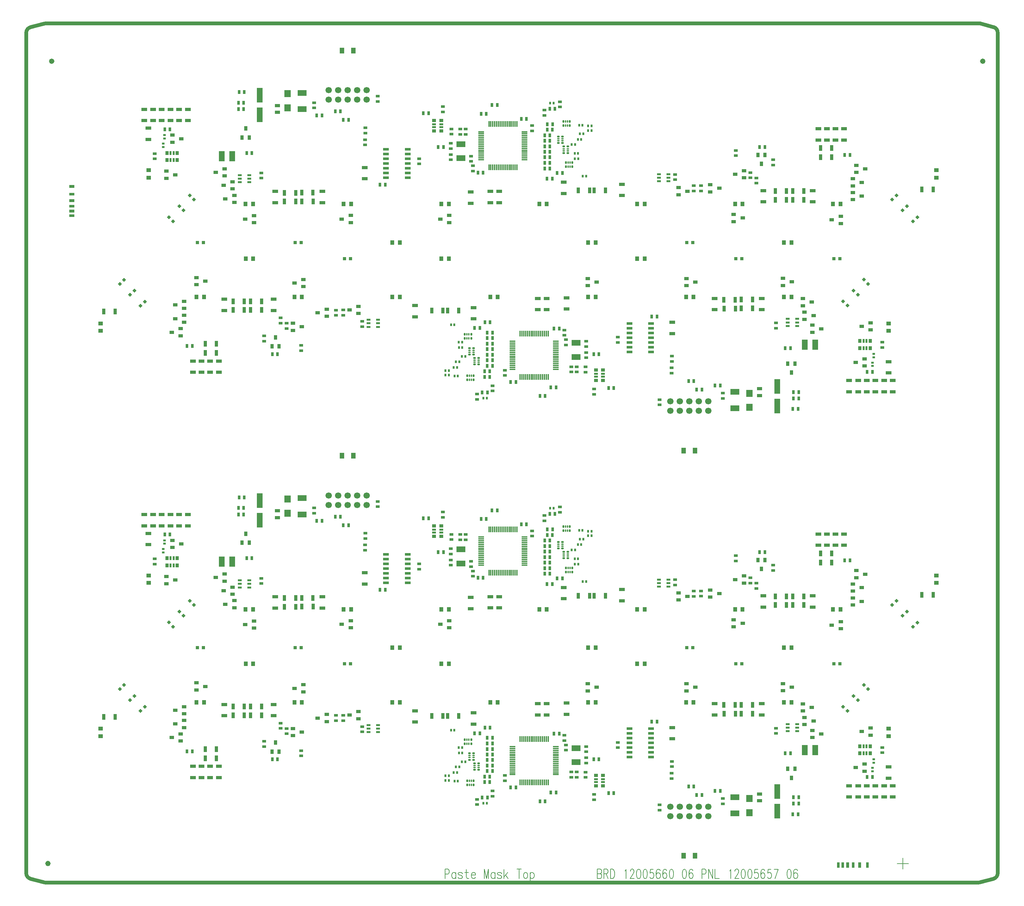
<source format=gbr>
*
G04 Job   : N:\Projects\COMUN\PSA\P07520_P2_Faceplate\C4_Capacitive_long\12005660-25\panel_12005657\12005657.pnl*
G04 User  : ESSECAE006:tortos01*
G04 Layer : 12005657-06-g11.gbr*
G04 Date  : Thu Nov 28 12:20:51 2019*
G04 equiv. Boardstation g11*
G04 Expedition Layer: Solder Paste - Top*
%ICAS*%
%MOIN*%
%FSDAX24Y24*%
%OFA0.0000B0.0000*%
G90*
G74*
%AMVB_RECTANGLE*
21,1,$1,$2,0,0,$3*
%
%AMVB_RCRECTANGLE*
$3=$3X2*
21,1,$1-$3,$2,0,0,0*
21,1,$1,$2-$3,0,0,0*
$1=$1/2*
$2=$2/2*
$3=$3/2*
$1=$1-$3*
$2=$2-$3*
1,1,$3X2,0-$1,0-$2*
1,1,$3X2,0-$1,$2*
1,1,$3X2,$1,$2*
1,1,$3X2,$1,0-$2*
%
%ADD12C,0.00591*%
%ADD11C,0.00787*%
%ADD10C,0.03937*%
%ADD38C,0.06693*%
%ADD28VB_RECTANGLE,0.03150X0.03150X90.00000*%
%ADD29VB_RECTANGLE,0.03150X0.03150X313.50000*%
%ADD23VB_RECTANGLE,0.03150X0.03150X46.00000*%
%ADD17VB_RECTANGLE,0.02756X0.01969X0.00000*%
%ADD27VB_RECTANGLE,0.02756X0.01969X90.00000*%
%ADD18VB_RECTANGLE,0.03937X0.02756X0.00000*%
%ADD13VB_RECTANGLE,0.03937X0.02756X270.00000*%
%ADD40VB_RECTANGLE,0.04331X0.01772X180.00000*%
%ADD70VB_RECTANGLE,0.04331X0.01772X270.00000*%
%ADD24VB_RECTANGLE,0.04331X0.01969X0.00000*%
%ADD41VB_RECTANGLE,0.04331X0.03150X180.00000*%
%ADD71VB_RECTANGLE,0.04331X0.03150X270.00000*%
%ADD20VB_RECTANGLE,0.04724X0.03150X180.00000*%
%ADD33VB_RECTANGLE,0.04724X0.03150X90.00000*%
%ADD22VB_RECTANGLE,0.04724X0.03937X0.00000*%
%ADD16VB_RECTANGLE,0.04724X0.03937X90.00000*%
%ADD37VB_RECTANGLE,0.05118X0.03150X180.00000*%
%ADD25VB_RECTANGLE,0.05906X0.03150X180.00000*%
%ADD19VB_RECTANGLE,0.05906X0.03150X90.00000*%
%ADD26VB_RECTANGLE,0.05906X0.04724X270.00000*%
%ADD30VB_RECTANGLE,0.06299X0.01181X180.00000*%
%ADD31VB_RECTANGLE,0.06299X0.01181X270.00000*%
%ADD39VB_RECTANGLE,0.06299X0.02362X0.00000*%
%ADD32VB_RECTANGLE,0.06299X0.09449X270.00000*%
%ADD34VB_RECTANGLE,0.07480X0.06693X90.00000*%
%ADD36VB_RECTANGLE,0.09055X0.06299X0.00000*%
%ADD21VB_RECTANGLE,0.10630X0.06299X90.00000*%
%ADD35VB_RECTANGLE,0.15157X0.06299X90.00000*%
%ADD14VB_RCRECTANGLE,0.02362X0.01181X0.00299*%
%ADD72VB_RCRECTANGLE,0.01181X0.02362X0.00299*%
%ADD15VB_RCRECTANGLE,0.02362X0.01772X0.00299*%
%ADD73VB_RCRECTANGLE,0.01772X0.02362X0.00299*%
G01*
G36*
X-090118Y-000283D02*
Y-000039D01*
X-090361*
G02X-090364Y000000I000282J000039*
X-090079Y000285I000285*
X-090039Y000283J000285*
G01Y000039*
X-089796*
G02X-089793Y000000I000283J000039*
X-090079Y-000285I000286*
X-090118Y-000283J000285*
G01Y000283D02*
Y000039D01*
X-090361*
G03X-090364Y000000I000282J000039*
X-090079Y-000285I000285*
X-090039Y-000283J000285*
G01Y-000039*
X-089796*
G03X-089793Y000000I000283J000039*
X-090079Y000285I000286*
X-090118Y000283J000285*
G01X-089724Y084284D02*
Y084528D01*
X-089968*
G02X-089970Y084567I000283J000039*
X-089685Y084852I000285*
X-089646Y084850J000285*
G01Y084606*
X-089402*
G02X-089400Y084567I000283J000039*
X-089685Y084281I000285*
X-089724Y084284J000286*
G01Y084850D02*
Y084606D01*
X-089968*
G03X-089970Y084567I000283J000039*
X-089685Y084281I000285*
X-089646Y084284J000286*
G01Y084528*
X-089402*
G03X-089400Y084567I000283J000039*
X-089685Y084852I000285*
X-089724Y084850J000285*
G01X-087832Y068162D02*
X-087281D01*
Y068437*
X-087832*
Y068162*
Y068634D02*
X-087281D01*
Y068910*
X-087832*
Y068634*
Y069146D02*
X-087281D01*
Y069422*
X-087832*
Y069146*
Y069737D02*
X-087281D01*
Y070012*
X-087832*
Y069737*
Y070406D02*
X-087281D01*
Y070681*
X-087832*
Y070406*
Y071233D02*
X-087281D01*
Y071508*
X-087832*
Y071233*
X-006929Y-000433D02*
X-006654D01*
Y000118*
X-006929*
Y-000433*
X-006457D02*
X-006181D01*
Y000118*
X-006457*
Y-000433*
X-005945D02*
X-005669D01*
Y000118*
X-005945*
Y-000433*
X-005354D02*
X-005079D01*
Y000118*
X-005354*
Y-000433*
X-004685D02*
X-004409D01*
Y000118*
X-004685*
Y-000433*
X-003858D02*
X-003583D01*
Y000118*
X-003858*
Y-000433*
X008386Y084284D02*
Y084528D01*
X008142*
G02X008140Y084567I000283J000039*
X008425Y084852I000285*
X008465Y084850J000285*
G01Y084606*
X008708*
G02X008711Y084567I000283J000039*
X008425Y084281I000286*
X008386Y084284J000286*
G01Y084850D02*
Y084606D01*
X008142*
G03X008140Y084567I000283J000039*
X008425Y084281I000285*
X008465Y084284J000286*
G01Y084528*
X008708*
G03X008711Y084567I000283J000039*
X008425Y084852I000286*
X008386Y084850J000285*
G37*
G54D10*
G01X-038819Y-002008D02*
X-090346D01*
G02X-090500Y-001987J000591*
G01X-091925Y-001602*
G02X-092362Y-001032I000154J000570*
G01Y-001031*
Y087575*
G02X-091921Y088146I000590*
G01X-090500Y088524*
G02X-090349Y088543I000151J000571*
X-090346J000590*
G01X007992Y088563*
G02X008142Y088543I000001J000590*
G01X009563Y088169*
G02X010000Y087599I000154J000570*
G01Y087598*
Y-001031*
Y-001032*
G02X009563Y-001602I000591*
G01X008151Y-001987*
G02X007995Y-002008I000156J000570*
G01X-038819*
G54D11*
X-000591Y000000D02*
X000591D01*
X000000Y000591D02*
Y-000591D01*
G54D12*
X-048226Y-001575D02*
Y-000591D01*
X-047944*
X-047850Y-000650*
X-047819Y-000695*
X-047787Y-000784*
Y-000919*
X-047819Y-001023*
X-047850Y-001068*
X-047944Y-001113*
X-048226*
X-047098Y-001068D02*
X-047172Y-000978D01*
X-047245Y-000934*
X-047359*
X-047433Y-000978*
X-047506Y-001068*
X-047537Y-001202*
Y-001306*
X-047506Y-001441*
X-047433Y-001530*
X-047359Y-001575*
X-047245*
X-047172Y-001530*
X-047098Y-001441*
Y-000934D02*
Y-001575D01*
X-046410Y-001068D02*
X-046451Y-000978D01*
X-046566Y-000934*
X-046691*
X-046817Y-000978*
X-046848Y-001068*
X-046817Y-001157*
X-046733Y-001202*
X-046535Y-001247*
X-046451Y-001306*
X-046410Y-001396*
Y-001441*
X-046451Y-001530*
X-046566Y-001575*
X-046691*
X-046817Y-001530*
X-046848Y-001441*
X-046159Y-000934D02*
X-045773D01*
X-046002Y-000605D02*
Y-001396D01*
X-045940Y-001530*
X-045825Y-001575*
X-045721*
X-045470Y-001202D02*
X-045032D01*
Y-001113*
X-045063Y-001023*
X-045105Y-000978*
X-045178Y-000934*
X-045293*
X-045366Y-000978*
X-045439Y-001068*
X-045470Y-001202*
Y-001306*
X-045439Y-001441*
X-045366Y-001530*
X-045293Y-001575*
X-045178*
X-045105Y-001530*
X-045032Y-001441*
X-044092Y-001575D02*
Y-000591D01*
X-043873Y-001575*
X-043654Y-000591*
Y-001575*
X-042965Y-001068D02*
X-043038Y-000978D01*
X-043111Y-000934*
X-043226*
X-043299Y-000978*
X-043372Y-001068*
X-043403Y-001202*
Y-001306*
X-043372Y-001441*
X-043299Y-001530*
X-043226Y-001575*
X-043111*
X-043038Y-001530*
X-042965Y-001441*
Y-000934D02*
Y-001575D01*
X-042276Y-001068D02*
X-042318Y-000978D01*
X-042432Y-000934*
X-042558*
X-042683Y-000978*
X-042714Y-001068*
X-042683Y-001157*
X-042599Y-001202*
X-042401Y-001247*
X-042318Y-001306*
X-042276Y-001396*
Y-001441*
X-042318Y-001530*
X-042432Y-001575*
X-042558*
X-042683Y-001530*
X-042714Y-001441*
X-042025Y-000605D02*
Y-001575D01*
X-041869Y-001202D02*
X-041587Y-001575D01*
X-041629Y-000934D02*
X-042025Y-001396D01*
X-040647Y-000591D02*
X-040209D01*
X-040428D02*
Y-001575D01*
X-039791Y-000934D02*
X-039864Y-000978D01*
X-039927Y-001068*
X-039958Y-001202*
Y-001306*
X-039927Y-001441*
X-039864Y-001530*
X-039791Y-001575*
X-039687*
X-039624Y-001530*
X-039551Y-001441*
X-039520Y-001306*
Y-001202*
X-039551Y-001068*
X-039624Y-000978*
X-039687Y-000934*
X-039791*
X-039269Y-001068D02*
X-039207Y-000978D01*
X-039123Y-000934*
X-039019*
X-038946Y-000978*
X-038862Y-001068*
X-038831Y-001202*
Y-001306*
X-038862Y-001441*
X-038946Y-001530*
X-039019Y-001575*
X-039123*
X-039207Y-001530*
X-039269Y-001441*
Y-000934D02*
Y-001903D01*
X-032179Y-001068D02*
X-031897D01*
X-031803Y-001113*
X-031772Y-001157*
X-031741Y-001247*
Y-001396*
X-031772Y-001485*
X-031803Y-001530*
X-031897Y-001575*
X-032179*
Y-000591*
X-031897*
X-031803Y-000650*
X-031772Y-000695*
X-031741Y-000784*
Y-000874*
X-031772Y-000963*
X-031803Y-001023*
X-031897Y-001068*
X-031490Y-001575D02*
Y-000591D01*
X-031208*
X-031114Y-000650*
X-031083Y-000695*
X-031052Y-000784*
Y-000874*
X-031083Y-000963*
X-031114Y-001023*
X-031208Y-001068*
X-031490*
X-031271D02*
X-031052Y-001575D01*
X-030801Y-000591D02*
X-030582D01*
X-030488Y-000650*
X-030425Y-000740*
X-030394Y-000829*
X-030363Y-000963*
Y-001202*
X-030394Y-001336*
X-030425Y-001441*
X-030488Y-001530*
X-030582Y-001575*
X-030801*
Y-000591*
X-029256Y-000784D02*
X-029215Y-000740D01*
X-029162Y-000605*
Y-001575*
X-028703Y-000829D02*
Y-000784D01*
X-028672Y-000695*
X-028640Y-000650*
X-028578Y-000591*
X-028452*
X-028390Y-000650*
X-028359Y-000695*
X-028327Y-000784*
Y-000874*
X-028359Y-000963*
X-028421Y-001113*
X-028734Y-001575*
X-028296*
X-027857Y-000605D02*
X-027951Y-000650D01*
X-028014Y-000784*
X-028045Y-001023*
Y-001157*
X-028014Y-001396*
X-027951Y-001530*
X-027857Y-001575*
X-027795*
X-027701Y-001530*
X-027638Y-001396*
X-027607Y-001157*
Y-001023*
X-027638Y-000784*
X-027701Y-000650*
X-027795Y-000605*
X-027857*
X-027169D02*
X-027262Y-000650D01*
X-027325Y-000784*
X-027356Y-001023*
Y-001157*
X-027325Y-001396*
X-027262Y-001530*
X-027169Y-001575*
X-027106*
X-027012Y-001530*
X-026949Y-001396*
X-026918Y-001157*
Y-001023*
X-026949Y-000784*
X-027012Y-000650*
X-027106Y-000605*
X-027169*
X-026292D02*
X-026605D01*
X-026636Y-001023*
X-026605Y-000978*
X-026511Y-000934*
X-026417*
X-026323Y-000978*
X-026260Y-001068*
X-026229Y-001202*
Y-001306*
X-026260Y-001441*
X-026323Y-001530*
X-026417Y-001575*
X-026511*
X-026605Y-001530*
X-026636Y-001485*
X-026667Y-001396*
X-025571Y-000740D02*
X-025603Y-000650D01*
X-025707Y-000605*
X-025780*
X-025885Y-000650*
X-025947Y-000784*
X-025979Y-001023*
Y-001247*
X-025947Y-001441*
X-025885Y-001530*
X-025780Y-001575*
X-025749*
X-025644Y-001530*
X-025571Y-001441*
X-025540Y-001306*
Y-001247*
X-025571Y-001113*
X-025644Y-001023*
X-025749Y-000978*
X-025780*
X-025885Y-001023*
X-025947Y-001113*
X-025979Y-001247*
X-024882Y-000740D02*
X-024914Y-000650D01*
X-025018Y-000605*
X-025091*
X-025196Y-000650*
X-025258Y-000784*
X-025290Y-001023*
Y-001247*
X-025258Y-001441*
X-025196Y-001530*
X-025091Y-001575*
X-025060*
X-024955Y-001530*
X-024882Y-001441*
X-024851Y-001306*
Y-001247*
X-024882Y-001113*
X-024955Y-001023*
X-025060Y-000978*
X-025091*
X-025196Y-001023*
X-025258Y-001113*
X-025290Y-001247*
X-024413Y-000605D02*
X-024507Y-000650D01*
X-024569Y-000784*
X-024601Y-001023*
Y-001157*
X-024569Y-001396*
X-024507Y-001530*
X-024413Y-001575*
X-024350*
X-024256Y-001530*
X-024193Y-001396*
X-024162Y-001157*
Y-001023*
X-024193Y-000784*
X-024256Y-000650*
X-024350Y-000605*
X-024413*
X-023035D02*
X-023129Y-000650D01*
X-023191Y-000784*
X-023223Y-001023*
Y-001157*
X-023191Y-001396*
X-023129Y-001530*
X-023035Y-001575*
X-022972*
X-022878Y-001530*
X-022816Y-001396*
X-022784Y-001157*
Y-001023*
X-022816Y-000784*
X-022878Y-000650*
X-022972Y-000605*
X-023035*
X-022127Y-000740D02*
X-022158Y-000650D01*
X-022262Y-000605*
X-022335*
X-022440Y-000650*
X-022502Y-000784*
X-022534Y-001023*
Y-001247*
X-022502Y-001441*
X-022440Y-001530*
X-022335Y-001575*
X-022304*
X-022200Y-001530*
X-022127Y-001441*
X-022095Y-001306*
Y-001247*
X-022127Y-001113*
X-022200Y-001023*
X-022304Y-000978*
X-022335*
X-022440Y-001023*
X-022502Y-001113*
X-022534Y-001247*
X-021156Y-001575D02*
Y-000591D01*
X-020874*
X-020780Y-000650*
X-020749Y-000695*
X-020717Y-000784*
Y-000919*
X-020749Y-001023*
X-020780Y-001068*
X-020874Y-001113*
X-021156*
X-020467Y-001575D02*
Y-000591D01*
X-020028Y-001575*
Y-000591*
X-019778D02*
Y-001575D01*
X-019339*
X-018233Y-000784D02*
X-018191Y-000740D01*
X-018139Y-000605*
Y-001575*
X-017680Y-000829D02*
Y-000784D01*
X-017648Y-000695*
X-017617Y-000650*
X-017554Y-000591*
X-017429*
X-017366Y-000650*
X-017335Y-000695*
X-017304Y-000784*
Y-000874*
X-017335Y-000963*
X-017398Y-001113*
X-017711Y-001575*
X-017273*
X-016834Y-000605D02*
X-016928Y-000650D01*
X-016991Y-000784*
X-017022Y-001023*
Y-001157*
X-016991Y-001396*
X-016928Y-001530*
X-016834Y-001575*
X-016771*
X-016678Y-001530*
X-016615Y-001396*
X-016584Y-001157*
Y-001023*
X-016615Y-000784*
X-016678Y-000650*
X-016771Y-000605*
X-016834*
X-016145D02*
X-016239Y-000650D01*
X-016302Y-000784*
X-016333Y-001023*
Y-001157*
X-016302Y-001396*
X-016239Y-001530*
X-016145Y-001575*
X-016082*
X-015989Y-001530*
X-015926Y-001396*
X-015895Y-001157*
Y-001023*
X-015926Y-000784*
X-015989Y-000650*
X-016082Y-000605*
X-016145*
X-015268D02*
X-015581D01*
X-015613Y-001023*
X-015581Y-000978*
X-015487Y-000934*
X-015394*
X-015300Y-000978*
X-015237Y-001068*
X-015206Y-001202*
Y-001306*
X-015237Y-001441*
X-015300Y-001530*
X-015394Y-001575*
X-015487*
X-015581Y-001530*
X-015613Y-001485*
X-015644Y-001396*
X-014548Y-000740D02*
X-014579Y-000650D01*
X-014684Y-000605*
X-014757*
X-014861Y-000650*
X-014924Y-000784*
X-014955Y-001023*
Y-001247*
X-014924Y-001441*
X-014861Y-001530*
X-014757Y-001575*
X-014725*
X-014621Y-001530*
X-014548Y-001441*
X-014517Y-001306*
Y-001247*
X-014548Y-001113*
X-014621Y-001023*
X-014725Y-000978*
X-014757*
X-014861Y-001023*
X-014924Y-001113*
X-014955Y-001247*
X-013890Y-000605D02*
X-014204D01*
X-014235Y-001023*
X-014204Y-000978*
X-014110Y-000934*
X-014016*
X-013922Y-000978*
X-013859Y-001068*
X-013828Y-001202*
Y-001306*
X-013859Y-001441*
X-013922Y-001530*
X-014016Y-001575*
X-014110*
X-014204Y-001530*
X-014235Y-001485*
X-014266Y-001396*
X-013577Y-000605D02*
X-013139D01*
X-013452Y-001575*
X-012011Y-000605D02*
X-012105Y-000650D01*
X-012168Y-000784*
X-012199Y-001023*
Y-001157*
X-012168Y-001396*
X-012105Y-001530*
X-012011Y-001575*
X-011949*
X-011855Y-001530*
X-011792Y-001396*
X-011761Y-001157*
Y-001023*
X-011792Y-000784*
X-011855Y-000650*
X-011949Y-000605*
X-012011*
X-011103Y-000740D02*
X-011134Y-000650D01*
X-011239Y-000605*
X-011312*
X-011416Y-000650*
X-011479Y-000784*
X-011510Y-001023*
Y-001247*
X-011479Y-001441*
X-011416Y-001530*
X-011312Y-001575*
X-011281*
X-011176Y-001530*
X-011103Y-001441*
X-011072Y-001306*
Y-001247*
X-011103Y-001113*
X-011176Y-001023*
X-011281Y-000978*
X-011312*
X-011416Y-001023*
X-011479Y-001113*
X-011510Y-001247*
G54D13*
X-077771Y034680D03*
Y077401D03*
X-077220Y034680D03*
Y077401D03*
X-075412Y011836D03*
Y054554D03*
X-074861Y011836D03*
Y054554D03*
X-070011Y036802D03*
Y037472D03*
Y079523D03*
Y080193D03*
X-069940Y038594D03*
Y081315D03*
X-069460Y036802D03*
Y037472D03*
Y079523D03*
Y080193D03*
X-069389Y038594D03*
Y081315D03*
X-069141Y032176D03*
Y074897D03*
X-068590Y032176D03*
Y074897D03*
X-066443Y010978D03*
Y053696D03*
X-065892Y010978D03*
Y053696D03*
X-061747Y036117D03*
Y078838D03*
X-061196Y036117D03*
Y078838D03*
X-059806Y036558D03*
Y079279D03*
X-059255Y036558D03*
Y079279D03*
X-058960Y035653D03*
Y078374D03*
X-058409Y035653D03*
Y078374D03*
X-055082Y028838D03*
Y071559D03*
X-054531Y028838D03*
Y071559D03*
X-050527Y036373D03*
Y079094D03*
X-049976Y036373D03*
Y079094D03*
X-048960Y032814D03*
Y075535D03*
X-048409Y032814D03*
Y075535D03*
X-045121Y013730D03*
Y056449D03*
X-044771Y030113D03*
Y072834D03*
X-044570Y013730D03*
Y056449D03*
X-044440Y036314D03*
Y079035D03*
X-044325Y006938D03*
Y049657D03*
X-044220Y030113D03*
Y072834D03*
X-044073Y008578D03*
Y051296D03*
X-044069Y009155D03*
Y051873D03*
X-044042Y014324D03*
Y057043D03*
X-043889Y036314D03*
Y079035D03*
X-043794Y009743D03*
Y010330D03*
Y010911D03*
Y011491D03*
Y012068D03*
Y052462D03*
Y053048D03*
Y053629D03*
Y054210D03*
Y054787D03*
X-043791Y012657D03*
Y013247D03*
Y055376D03*
Y055966D03*
X-043774Y006938D03*
Y049657D03*
X-043522Y008578D03*
Y051296D03*
X-043518Y009155D03*
Y051873D03*
X-043491Y014324D03*
Y057043D03*
X-043291Y037220D03*
Y079941D03*
X-043243Y009743D03*
Y010330D03*
Y010911D03*
Y011491D03*
Y012068D03*
Y052462D03*
Y053048D03*
Y053629D03*
Y054210D03*
Y054787D03*
X-043240Y012657D03*
Y013247D03*
Y055376D03*
Y055966D03*
X-042739Y037220D03*
Y079941D03*
X-041325Y008025D03*
Y050743D03*
X-040774Y008025D03*
Y050743D03*
X-040208Y035763D03*
Y078484D03*
X-039657Y035763D03*
Y078484D03*
X-038243Y006568D03*
Y049287D03*
X-037742Y030540D03*
Y031131D03*
Y073261D03*
Y073852D03*
X-037739Y031720D03*
Y032296D03*
Y032877D03*
Y033458D03*
Y034044D03*
Y074441D03*
Y075017D03*
Y075598D03*
Y076179D03*
Y076765D03*
X-037691Y006568D03*
Y049287D03*
X-037491Y029464D03*
Y072185D03*
X-037464Y034633D03*
Y077354D03*
X-037460Y035210D03*
Y077931D03*
X-037208Y036850D03*
Y079570D03*
X-037191Y030540D03*
Y031131D03*
Y073261D03*
Y073852D03*
X-037188Y031720D03*
Y032296D03*
Y032877D03*
Y033458D03*
Y034044D03*
Y074441D03*
Y075017D03*
Y075598D03*
Y076179D03*
Y076765D03*
X-037093Y007474D03*
Y050192D03*
X-036940Y029464D03*
Y072185D03*
X-036913Y034633D03*
Y077354D03*
X-036909Y035210D03*
Y077931D03*
X-036762Y013674D03*
Y056393D03*
X-036657Y036850D03*
Y079570D03*
X-036542Y007474D03*
Y050192D03*
X-036412Y030057D03*
Y072778D03*
X-036211Y013674D03*
Y056393D03*
X-035861Y030057D03*
Y072778D03*
X-032573Y010974D03*
Y053692D03*
X-032022Y010974D03*
Y053692D03*
X-031006Y007415D03*
Y050133D03*
X-030455Y007415D03*
Y050133D03*
X-026451Y014950D03*
Y057669D03*
X-025900Y014950D03*
Y057669D03*
X-022573Y008135D03*
Y050854D03*
X-022022Y008135D03*
Y050854D03*
X-021727Y007230D03*
Y049948D03*
X-021176Y007230D03*
Y049948D03*
X-019786Y007670D03*
Y050389D03*
X-019235Y007670D03*
Y050389D03*
X-015090Y032810D03*
Y075531D03*
X-014539Y032810D03*
Y075531D03*
X-012392Y011611D03*
Y054330D03*
X-011841Y011611D03*
Y054330D03*
X-011593Y005194D03*
Y047913D03*
X-011522Y006316D03*
Y006985D03*
Y049035D03*
Y049704D03*
X-011042Y005194D03*
Y047913D03*
X-010971Y006316D03*
Y006985D03*
Y049035D03*
Y049704D03*
X-006121Y031952D03*
Y074673D03*
X-005570Y031952D03*
Y074673D03*
X-003762Y009107D03*
Y051826D03*
X-003211Y009107D03*
Y051826D03*
G54D14*
X-045676Y011172D03*
Y011373D03*
Y053891D03*
Y054092D03*
X-045243Y011172D03*
Y011373D03*
Y053891D03*
Y054092D03*
X-045120Y010127D03*
Y010328D03*
Y052846D03*
Y053046D03*
X-044687Y010127D03*
Y010328D03*
Y052846D03*
Y053046D03*
X-036294Y033460D03*
Y033661D03*
Y076181D03*
Y076382D03*
X-035861Y033460D03*
Y033661D03*
Y076181D03*
Y076382D03*
X-035739Y032415D03*
Y032615D03*
Y075135D03*
Y075336D03*
X-035306Y032415D03*
Y032615D03*
Y075135D03*
Y075336D03*
G54D15*
X-045676Y010932D03*
Y011613D03*
Y053651D03*
Y054332D03*
X-045243Y010932D03*
Y011613D03*
Y053651D03*
Y054332D03*
X-045120Y009887D03*
Y010568D03*
Y052605D03*
Y053287D03*
X-044687Y009887D03*
Y010568D03*
Y052605D03*
Y053287D03*
X-036294Y033220D03*
Y033901D03*
Y075941D03*
Y076622D03*
X-035861Y033220D03*
Y033901D03*
Y075941D03*
Y076622D03*
X-035739Y032174D03*
Y032856D03*
Y074895D03*
Y075576D03*
X-035306Y032174D03*
Y032856D03*
Y074895D03*
Y075576D03*
G54D16*
X-074417Y016992D03*
Y059711D03*
X-073629Y016992D03*
Y059711D03*
X-069248Y026796D03*
Y069517D03*
X-069239Y021039D03*
Y063759D03*
X-068461Y026796D03*
Y069517D03*
X-068452Y021039D03*
Y063759D03*
X-064104Y016992D03*
Y059711D03*
X-063316Y016992D03*
Y059711D03*
X-058926Y026796D03*
Y069517D03*
X-058138Y026796D03*
Y069517D03*
X-053789Y016992D03*
Y059711D03*
X-053786Y022749D03*
Y065468D03*
X-053001Y016992D03*
Y059711D03*
X-052998Y022749D03*
Y065468D03*
X-048615Y026796D03*
Y069517D03*
X-048613Y021039D03*
Y063759D03*
X-047827Y026796D03*
Y069517D03*
X-047826Y021039D03*
Y063759D03*
X-043470Y016992D03*
Y059711D03*
X-042682Y016992D03*
Y059711D03*
X-038300Y026796D03*
Y069517D03*
X-037512Y026796D03*
Y069517D03*
X-033156Y022749D03*
Y065468D03*
X-033155Y016992D03*
Y059711D03*
X-032369Y022749D03*
Y065468D03*
X-032367Y016992D03*
Y059711D03*
X-027983Y021039D03*
Y063759D03*
X-027981Y026796D03*
Y069517D03*
X-027196Y021039D03*
Y063759D03*
X-027193Y026796D03*
Y069517D03*
X-022844Y016992D03*
Y059711D03*
X-022056Y016992D03*
Y059711D03*
X-017666Y026796D03*
Y069517D03*
X-016878Y026796D03*
Y069517D03*
X-012530Y022749D03*
Y065468D03*
X-012521Y016992D03*
Y059711D03*
X-011743Y022749D03*
Y065468D03*
X-011733Y016992D03*
Y059711D03*
X-007352Y026796D03*
Y069517D03*
X-006565Y026796D03*
Y069517D03*
G54D17*
X-077922Y032796D03*
Y033150D03*
Y075517D03*
Y075871D03*
X-077779Y033711D03*
Y034065D03*
Y076432D03*
Y076786D03*
X-003203Y009723D03*
Y010077D03*
Y052441D03*
Y052795D03*
X-003060Y010637D03*
Y010992D03*
Y053356D03*
Y053710D03*
G54D18*
X-078814Y031562D03*
Y032113D03*
Y074283D03*
Y074834D03*
X-067606Y029519D03*
Y030070D03*
Y072240D03*
Y072791D03*
X-067309Y012336D03*
Y012887D03*
Y055054D03*
Y055606D03*
X-065565Y014245D03*
Y014796D03*
Y056964D03*
Y057515D03*
X-064928Y013674D03*
Y014226D03*
Y056393D03*
Y056944D03*
X-063396Y011340D03*
Y011891D03*
Y054058D03*
Y054609D03*
X-062027Y036932D03*
Y037483D03*
Y079653D03*
Y080204D03*
X-059735Y015064D03*
Y015615D03*
Y057783D03*
Y058334D03*
X-058967Y015068D03*
Y015619D03*
Y057787D03*
Y058338D03*
X-056975Y013871D03*
Y014422D03*
Y056590D03*
Y057141D03*
X-056645Y033027D03*
Y033578D03*
Y075748D03*
Y076299D03*
X-056625Y034267D03*
Y034818D03*
Y076988D03*
Y077539D03*
X-055342Y037606D03*
Y038157D03*
Y080326D03*
Y080878D03*
X-050968Y031027D03*
Y031578D03*
Y073748D03*
Y074299D03*
X-048464Y036499D03*
Y037050D03*
Y079220D03*
Y079771D03*
X-047616Y031452D03*
Y032003D03*
Y032636D03*
Y033187D03*
Y074173D03*
Y074724D03*
Y075357D03*
Y075908D03*
X-047570Y034153D03*
Y034704D03*
Y076874D03*
Y077425D03*
X-046637Y034137D03*
Y034688D03*
Y076858D03*
Y077409D03*
X-046064Y034137D03*
Y034688D03*
Y076858D03*
Y077409D03*
X-045487Y031287D03*
Y031839D03*
Y074008D03*
Y074559D03*
X-045306Y030279D03*
Y030830D03*
Y073000D03*
Y073551D03*
X-044849Y006214D03*
Y006765D03*
Y048932D03*
Y049483D03*
X-043231Y007100D03*
Y007651D03*
Y049818D03*
Y050369D03*
X-041935Y008722D03*
Y009273D03*
Y051440D03*
Y051991D03*
X-039046Y034515D03*
Y035066D03*
Y077236D03*
Y077787D03*
X-037751Y036137D03*
Y036688D03*
Y078858D03*
Y079409D03*
X-036133Y037023D03*
Y037574D03*
Y079744D03*
Y080295D03*
X-035676Y012958D03*
Y013509D03*
Y055676D03*
Y056228D03*
X-035495Y011949D03*
Y012500D03*
Y054668D03*
Y055219D03*
X-034918Y009100D03*
Y009651D03*
Y051818D03*
Y052369D03*
X-034345Y009100D03*
Y009651D03*
Y051818D03*
Y052369D03*
X-033412Y009084D03*
Y009635D03*
Y051802D03*
Y052354D03*
X-033366Y010600D03*
Y011152D03*
Y011785D03*
Y012336D03*
Y053319D03*
Y053870D03*
Y054503D03*
Y055054D03*
X-032518Y006737D03*
Y007289D03*
Y049456D03*
Y050007D03*
X-030014Y012210D03*
Y012761D03*
Y054928D03*
Y055480D03*
X-025640Y005631D03*
Y006182D03*
Y048350D03*
Y048901D03*
X-024357Y008970D03*
Y009521D03*
Y051688D03*
Y052239D03*
X-024337Y010210D03*
Y010761D03*
Y052928D03*
Y053480D03*
X-024007Y029365D03*
Y029917D03*
Y072086D03*
Y072637D03*
X-022015Y028169D03*
Y028720D03*
Y070889D03*
Y071441D03*
X-021247Y028172D03*
Y028724D03*
Y070893D03*
Y071444D03*
X-018955Y006304D03*
Y006856D03*
Y049023D03*
Y049574D03*
X-017586Y031897D03*
Y032448D03*
Y074618D03*
Y075169D03*
X-016054Y029562D03*
Y030113D03*
Y072283D03*
Y072834D03*
X-015417Y028991D03*
Y029543D03*
Y071712D03*
Y072263D03*
X-013672Y030901D03*
Y031452D03*
Y073622D03*
Y074173D03*
X-013376Y013718D03*
Y014269D03*
Y056436D03*
Y056987D03*
X-002168Y011674D03*
Y012226D03*
Y054393D03*
Y054944D03*
G54D19*
X-084183Y015454D03*
Y058172D03*
X-083002Y015454D03*
Y058172D03*
X-073504Y011092D03*
Y012068D03*
Y053810D03*
Y054787D03*
X-072323Y011092D03*
Y012068D03*
Y053810D03*
Y054787D03*
X-070569Y015627D03*
Y016544D03*
Y058346D03*
Y059263D03*
X-069388Y015627D03*
Y016544D03*
Y058346D03*
Y059263D03*
X-068735Y015627D03*
Y016544D03*
Y058346D03*
Y059263D03*
X-067554Y015627D03*
Y016544D03*
Y058346D03*
Y059263D03*
X-065145Y027054D03*
Y027983D03*
Y069775D03*
Y070704D03*
X-063964Y027054D03*
Y027983D03*
Y069775D03*
Y070704D03*
X-063338Y028003D03*
Y070724D03*
X-063314Y027074D03*
Y069795D03*
X-062157Y028003D03*
Y070724D03*
X-062133Y027074D03*
Y069795D03*
X-049644Y015556D03*
Y058275D03*
X-048463Y015556D03*
Y058275D03*
X-047971Y015556D03*
Y058275D03*
X-046790Y015556D03*
Y058275D03*
X-034192Y028231D03*
Y070952D03*
X-033011Y028231D03*
Y070952D03*
X-032519Y028231D03*
Y070952D03*
X-031338Y028231D03*
Y070952D03*
X-018849Y016714D03*
Y059432D03*
X-018825Y015785D03*
Y058503D03*
X-017668Y016714D03*
Y059432D03*
X-017644Y015785D03*
Y058503D03*
X-017018Y015804D03*
Y016733D03*
Y058523D03*
Y059452D03*
X-015837Y015804D03*
Y016733D03*
Y058523D03*
Y059452D03*
X-013428Y027243D03*
Y028161D03*
Y069964D03*
Y070881D03*
X-012247Y027243D03*
Y028161D03*
Y069964D03*
Y070881D03*
X-011594Y027243D03*
Y028161D03*
Y069964D03*
Y070881D03*
X-010413Y027243D03*
Y028161D03*
Y069964D03*
Y070881D03*
X-008659Y031720D03*
Y032696D03*
Y074441D03*
Y075417D03*
X-007478Y031720D03*
Y032696D03*
Y074441D03*
Y075417D03*
X002020Y028334D03*
Y071055D03*
X003202Y028334D03*
Y071055D03*
G54D20*
X-077598Y029503D03*
Y030251D03*
Y072224D03*
Y072972D03*
X-077034Y013285D03*
Y056003D03*
X-076964Y033306D03*
Y034054D03*
Y076027D03*
Y076775D03*
X-076660Y014706D03*
Y016163D03*
Y057424D03*
Y058881D03*
X-076653Y029877D03*
Y072598D03*
X-076089Y012911D03*
Y013659D03*
Y055629D03*
Y056377D03*
X-076019Y033680D03*
Y076401D03*
X-075715Y014332D03*
Y015080D03*
Y015789D03*
Y016537D03*
Y057050D03*
Y057798D03*
Y058507D03*
Y059255D03*
X-074439Y018296D03*
Y019044D03*
Y061015D03*
Y061763D03*
X-073494Y018670D03*
Y061389D03*
X-072401Y030141D03*
Y072862D03*
X-071574Y028763D03*
Y071484D03*
X-071456Y029767D03*
Y030515D03*
Y072488D03*
Y073236D03*
X-071385Y027334D03*
Y070055D03*
X-070629Y028389D03*
Y029137D03*
Y071110D03*
Y071858D03*
X-070440Y026960D03*
Y027708D03*
Y069681D03*
Y070429D03*
X-069291Y025196D03*
Y067917D03*
X-068346Y024822D03*
Y025570D03*
Y067543D03*
Y068291D03*
X-064258Y013481D03*
Y014230D03*
Y056200D03*
Y056948D03*
X-064105Y018466D03*
Y061184D03*
X-063313Y013856D03*
Y056574D03*
X-063160Y018092D03*
Y018840D03*
Y060810D03*
Y061558D03*
X-061648Y015332D03*
Y058050D03*
X-060703Y014958D03*
Y015706D03*
Y057676D03*
Y058424D03*
X-059120Y025216D03*
Y067937D03*
X-058290Y015643D03*
Y058361D03*
X-058176Y024842D03*
Y025590D03*
Y067563D03*
Y068311D03*
X-057345Y015269D03*
Y016017D03*
Y057987D03*
Y058735D03*
X-048735Y025216D03*
Y067937D03*
X-047791Y024842D03*
Y025590D03*
Y067563D03*
Y068311D03*
X-033191Y018198D03*
Y018946D03*
Y060917D03*
Y061665D03*
X-032246Y018572D03*
Y061291D03*
X-023637Y027771D03*
Y028519D03*
Y070492D03*
Y071240D03*
X-022806Y018198D03*
Y018946D03*
Y060917D03*
Y061665D03*
X-022692Y028145D03*
Y070866D03*
X-021861Y018572D03*
Y061291D03*
X-020279Y028082D03*
Y028830D03*
Y070803D03*
Y071551D03*
X-019334Y028456D03*
Y071177D03*
X-017822Y024948D03*
Y025696D03*
Y067669D03*
Y068417D03*
X-017669Y029932D03*
Y072653D03*
X-016877Y025322D03*
Y068043D03*
X-016724Y029558D03*
Y030306D03*
Y072279D03*
Y073027D03*
X-012636Y018218D03*
Y018966D03*
Y060936D03*
Y061684D03*
X-011691Y018592D03*
Y061310D03*
X-010542Y016080D03*
Y016828D03*
Y058798D03*
Y059546D03*
X-010353Y014651D03*
Y015399D03*
Y057369D03*
Y058117D03*
X-009597Y016454D03*
Y059172D03*
X-009526Y013273D03*
Y014021D03*
Y055991D03*
Y056739D03*
X-009408Y015025D03*
Y057743D03*
X-008581Y013647D03*
Y056365D03*
X-007487Y025117D03*
Y067838D03*
X-006543Y024743D03*
Y025491D03*
Y067464D03*
Y068212D03*
X-005267Y027251D03*
Y027999D03*
Y028708D03*
Y029456D03*
Y069972D03*
Y070720D03*
Y071429D03*
Y072177D03*
X-004963Y010107D03*
Y052826D03*
X-004893Y030129D03*
Y030877D03*
Y072850D03*
Y073598D03*
X-004329Y013911D03*
Y056629D03*
X-004322Y027625D03*
Y029082D03*
Y070346D03*
Y071803D03*
X-004018Y009733D03*
Y010481D03*
Y052452D03*
Y053200D03*
X-003948Y030503D03*
Y073224D03*
X-003384Y013537D03*
Y014285D03*
Y056255D03*
Y057003D03*
G54D21*
X-071759Y031834D03*
Y074555D03*
X-070657Y031834D03*
Y074555D03*
X-010325Y011954D03*
Y054672D03*
X-009223Y011954D03*
Y054672D03*
G54D22*
X-084531Y013424D03*
Y014212D03*
Y056143D03*
Y056930D03*
X-079476Y029576D03*
Y030363D03*
Y072297D03*
Y073084D03*
X-001506Y013424D03*
Y014212D03*
Y056143D03*
Y056930D03*
X003550Y029576D03*
Y030363D03*
Y072297D03*
Y073084D03*
G54D23*
X-077331Y025406D03*
Y068127D03*
X-076878Y024969D03*
Y067689D03*
X-076238Y026559D03*
Y069280D03*
X-075784Y026121D03*
Y068842D03*
X-075144Y027700D03*
Y070421D03*
X-074691Y027263D03*
Y069984D03*
X-006291Y016525D03*
Y059244D03*
X-005838Y016088D03*
Y058806D03*
X-005197Y017666D03*
Y060385D03*
X-004744Y017229D03*
Y059947D03*
X-004104Y018819D03*
Y061538D03*
X-003651Y018382D03*
Y061100D03*
G54D24*
X-069865Y029098D03*
Y029472D03*
Y029846D03*
Y071819D03*
Y072193D03*
Y072567D03*
X-068865Y029098D03*
Y029472D03*
Y029846D03*
Y071819D03*
Y072193D03*
Y072567D03*
X-056294Y013852D03*
Y014226D03*
Y014600D03*
Y056570D03*
Y056944D03*
Y057318D03*
X-055294Y013852D03*
Y014226D03*
Y014600D03*
Y056570D03*
Y056944D03*
Y057318D03*
X-025688Y029188D03*
Y029562D03*
Y029936D03*
Y071909D03*
Y072283D03*
Y072657D03*
X-024688Y029188D03*
Y029562D03*
Y029936D03*
Y071909D03*
Y072283D03*
Y072657D03*
X-012117Y013942D03*
Y014316D03*
Y014690D03*
Y056661D03*
Y057035D03*
Y057409D03*
X-011117Y013942D03*
Y014316D03*
Y014690D03*
Y056661D03*
Y057035D03*
Y057409D03*
G54D25*
X-079913Y035592D03*
Y036773D03*
Y078313D03*
Y079494D03*
X-079480Y033613D03*
Y034794D03*
Y076334D03*
Y077515D03*
X-079007Y035592D03*
Y036773D03*
Y078313D03*
Y079494D03*
X-078082Y035592D03*
Y036773D03*
Y078313D03*
Y079494D03*
X-077177Y035592D03*
Y036773D03*
Y078313D03*
Y079494D03*
X-076271Y035592D03*
Y036773D03*
Y078313D03*
Y079494D03*
X-075326Y035592D03*
Y036773D03*
Y078313D03*
Y079494D03*
X-074794Y009062D03*
Y010243D03*
Y051780D03*
Y052962D03*
X-073888Y009062D03*
Y010243D03*
Y051780D03*
Y052962D03*
X-072983Y009062D03*
Y010243D03*
Y051780D03*
Y052962D03*
X-072077Y009062D03*
Y010243D03*
Y051780D03*
Y052962D03*
X-071502Y015580D03*
Y016761D03*
Y058298D03*
Y059480D03*
X-066298Y015580D03*
Y016761D03*
Y058298D03*
Y059480D03*
X-066129Y026936D03*
Y028117D03*
Y069657D03*
Y070838D03*
X-061149Y026936D03*
Y028117D03*
Y069657D03*
Y070838D03*
X-056700Y029464D03*
Y030645D03*
Y072185D03*
Y073366D03*
X-051404Y014915D03*
Y016096D03*
Y057633D03*
Y058814D03*
X-045543Y026869D03*
Y028050D03*
Y069590D03*
Y070771D03*
X-045239Y014694D03*
Y015875D03*
Y057413D03*
Y058594D03*
X-043452Y026944D03*
Y028125D03*
Y069665D03*
Y070846D03*
X-042523Y026944D03*
Y028125D03*
Y069665D03*
Y070846D03*
X-038459Y015663D03*
Y016844D03*
Y058381D03*
Y059562D03*
X-037530Y015663D03*
Y016844D03*
Y058381D03*
Y059562D03*
X-035743Y027913D03*
Y029094D03*
Y070633D03*
Y071815D03*
X-035439Y015737D03*
Y016919D03*
Y058456D03*
Y059637D03*
X-029578Y027692D03*
Y028873D03*
Y070413D03*
Y071594D03*
X-024282Y013143D03*
Y014324D03*
Y055861D03*
Y057043D03*
X-019833Y015670D03*
Y016852D03*
Y058389D03*
Y059570D03*
X-014853Y015670D03*
Y016852D03*
Y058389D03*
Y059570D03*
X-014684Y027027D03*
Y028208D03*
Y069748D03*
Y070929D03*
X-009480Y027027D03*
Y028208D03*
Y069748D03*
Y070929D03*
X-008905Y033545D03*
Y034726D03*
Y076266D03*
Y077447D03*
X-007999Y033545D03*
Y034726D03*
Y076266D03*
Y077447D03*
X-007094Y033545D03*
Y034726D03*
Y076266D03*
Y077447D03*
X-006188Y033545D03*
Y034726D03*
Y076266D03*
Y077447D03*
X-005656Y007015D03*
Y008196D03*
Y049733D03*
Y050914D03*
X-004711Y007015D03*
Y008196D03*
Y049733D03*
Y050914D03*
X-003805Y007015D03*
Y008196D03*
Y049733D03*
Y050914D03*
X-002900Y007015D03*
Y008196D03*
Y049733D03*
Y050914D03*
X-001975Y007015D03*
Y008196D03*
Y049733D03*
Y050914D03*
X-001502Y008993D03*
Y010174D03*
Y051712D03*
Y052893D03*
X-001069Y007015D03*
Y008196D03*
Y049733D03*
Y050914D03*
G54D26*
X-059103Y042972D03*
Y085693D03*
X-057903Y042972D03*
Y085693D03*
X-023079Y000816D03*
Y043534D03*
X-021879Y000816D03*
Y043534D03*
G54D27*
X-048180Y008766D03*
Y009243D03*
Y051485D03*
Y051961D03*
X-047825Y008766D03*
Y009243D03*
Y051485D03*
Y051961D03*
X-047605Y014060D03*
Y056779D03*
X-047313Y009585D03*
Y052304D03*
X-047250Y014060D03*
Y056779D03*
X-047235Y008680D03*
Y051398D03*
X-047097Y010176D03*
Y052894D03*
X-046959Y009585D03*
Y052304D03*
X-046880Y008680D03*
Y051398D03*
X-046790Y012222D03*
Y054940D03*
X-046770Y011655D03*
Y054373D03*
X-046743Y010176D03*
Y052894D03*
X-046447Y010727D03*
Y053445D03*
X-046435Y012222D03*
Y054940D03*
X-046416Y011655D03*
Y054373D03*
X-046093Y010727D03*
Y053445D03*
X-044180Y006340D03*
Y049058D03*
X-043825Y006340D03*
Y049058D03*
X-037157Y037448D03*
Y080169D03*
X-036802Y037448D03*
Y080169D03*
X-034889Y033061D03*
Y075782D03*
X-034566Y032133D03*
Y074854D03*
X-034546Y031566D03*
Y074287D03*
X-034535Y033061D03*
Y075782D03*
X-034239Y033612D03*
Y076333D03*
X-034212Y032133D03*
Y074854D03*
X-034192Y031566D03*
Y074287D03*
X-034102Y035108D03*
Y077829D03*
X-034023Y034203D03*
Y076924D03*
X-033885Y033612D03*
Y076333D03*
X-033747Y035108D03*
Y077829D03*
X-033731Y029728D03*
Y072448D03*
X-033669Y034203D03*
Y076924D03*
X-033377Y029728D03*
Y072448D03*
X-033157Y034545D03*
Y035022D03*
Y077266D03*
Y077742D03*
X-032802Y034545D03*
Y035022D03*
Y077266D03*
Y077742D03*
G54D28*
X-074341Y022749D03*
Y065468D03*
X-073711Y022749D03*
Y065468D03*
X-064026Y022749D03*
Y065468D03*
X-063396Y022749D03*
Y065468D03*
X-058838Y021039D03*
Y063759D03*
X-058208Y021039D03*
Y063759D03*
X-022774Y022749D03*
Y065468D03*
X-022144Y022749D03*
Y065468D03*
X-017586Y021039D03*
Y063759D03*
X-016956Y021039D03*
Y063759D03*
X-007271Y021039D03*
Y063759D03*
X-006641Y021039D03*
Y063759D03*
G54D29*
X-082508Y018384D03*
Y061103D03*
X-082051Y018818D03*
Y061536D03*
X-081412Y017236D03*
Y059955D03*
X-080955Y017670D03*
Y060388D03*
X-080318Y016085D03*
Y058804D03*
X-079861Y016519D03*
Y059237D03*
X-001121Y027269D03*
Y069990D03*
X-000664Y027703D03*
Y070423D03*
X-000027Y026118D03*
Y068839D03*
X000430Y026551D03*
Y069272D03*
X001069Y024970D03*
Y067691D03*
X001526Y025403D03*
Y068124D03*
G54D30*
X-044417Y031464D03*
Y031661D03*
Y031857D03*
Y032054D03*
Y032251D03*
Y032448D03*
Y032645D03*
Y032842D03*
Y033039D03*
Y033235D03*
Y033432D03*
Y033629D03*
Y033826D03*
Y034023D03*
Y034220D03*
Y034417D03*
Y074185D03*
Y074381D03*
Y074578D03*
Y074775D03*
Y074972D03*
Y075169D03*
Y075366D03*
Y075563D03*
Y075759D03*
Y075956D03*
Y076153D03*
Y076350D03*
Y076547D03*
Y076744D03*
Y076941D03*
Y077137D03*
X-041132Y009371D03*
Y009568D03*
Y009765D03*
Y009962D03*
Y010159D03*
Y010356D03*
Y010552D03*
Y010749D03*
Y010946D03*
Y011143D03*
Y011340D03*
Y011537D03*
Y011733D03*
Y011930D03*
Y012127D03*
Y012324D03*
Y052090D03*
Y052287D03*
Y052483D03*
Y052680D03*
Y052877D03*
Y053074D03*
Y053271D03*
Y053468D03*
Y053665D03*
Y053861D03*
Y054058D03*
Y054255D03*
Y054452D03*
Y054649D03*
Y054846D03*
Y055043D03*
X-039850Y031464D03*
Y031661D03*
Y031857D03*
Y032054D03*
Y032251D03*
Y032448D03*
Y032645D03*
Y032842D03*
Y033039D03*
Y033235D03*
Y033432D03*
Y033629D03*
Y033826D03*
Y034023D03*
Y034220D03*
Y034417D03*
Y074185D03*
Y074381D03*
Y074578D03*
Y074775D03*
Y074972D03*
Y075169D03*
Y075366D03*
Y075563D03*
Y075759D03*
Y075956D03*
Y076153D03*
Y076350D03*
Y076547D03*
Y076744D03*
Y076941D03*
Y077137D03*
X-036565Y009371D03*
Y009568D03*
Y009765D03*
Y009962D03*
Y010159D03*
Y010356D03*
Y010552D03*
Y010749D03*
Y010946D03*
Y011143D03*
Y011340D03*
Y011537D03*
Y011733D03*
Y011930D03*
Y012127D03*
Y012324D03*
Y052090D03*
Y052287D03*
Y052483D03*
Y052680D03*
Y052877D03*
Y053074D03*
Y053271D03*
Y053468D03*
Y053665D03*
Y053861D03*
Y054058D03*
Y054255D03*
Y054452D03*
Y054649D03*
Y054846D03*
Y055043D03*
G54D31*
X-043609Y030657D03*
Y035224D03*
Y073378D03*
Y077944D03*
X-043413Y030657D03*
Y035224D03*
Y073378D03*
Y077944D03*
X-043216Y030657D03*
Y035224D03*
Y073378D03*
Y077944D03*
X-043019Y030657D03*
Y035224D03*
Y073378D03*
Y077944D03*
X-042822Y030657D03*
Y035224D03*
Y073378D03*
Y077944D03*
X-042625Y030657D03*
Y035224D03*
Y073378D03*
Y077944D03*
X-042428Y030657D03*
Y035224D03*
Y073378D03*
Y077944D03*
X-042231Y030657D03*
Y035224D03*
Y073378D03*
Y077944D03*
X-042035Y030657D03*
Y035224D03*
Y073378D03*
Y077944D03*
X-041838Y030657D03*
Y035224D03*
Y073378D03*
Y077944D03*
X-041641Y030657D03*
Y035224D03*
Y073378D03*
Y077944D03*
X-041444Y030657D03*
Y035224D03*
Y073378D03*
Y077944D03*
X-041247Y030657D03*
Y035224D03*
Y073378D03*
Y077944D03*
X-041050Y030657D03*
Y035224D03*
Y073378D03*
Y077944D03*
X-040854Y030657D03*
Y035224D03*
Y073378D03*
Y077944D03*
X-040657Y030657D03*
Y035224D03*
Y073378D03*
Y077944D03*
X-040325Y008564D03*
Y013131D03*
Y051283D03*
Y055850D03*
X-040128Y008564D03*
Y013131D03*
Y051283D03*
Y055850D03*
X-039931Y008564D03*
Y013131D03*
Y051283D03*
Y055850D03*
X-039735Y008564D03*
Y013131D03*
Y051283D03*
Y055850D03*
X-039538Y008564D03*
Y013131D03*
Y051283D03*
Y055850D03*
X-039341Y008564D03*
Y013131D03*
Y051283D03*
Y055850D03*
X-039144Y008564D03*
Y013131D03*
Y051283D03*
Y055850D03*
X-038947Y008564D03*
Y013131D03*
Y051283D03*
Y055850D03*
X-038750Y008564D03*
Y013131D03*
Y051283D03*
Y055850D03*
X-038554Y008564D03*
Y013131D03*
Y051283D03*
Y055850D03*
X-038357Y008564D03*
Y013131D03*
Y051283D03*
Y055850D03*
X-038160Y008564D03*
Y013131D03*
Y051283D03*
Y055850D03*
X-037963Y008564D03*
Y013131D03*
Y051283D03*
Y055850D03*
X-037766Y008564D03*
Y013131D03*
Y051283D03*
Y055850D03*
X-037569Y008564D03*
Y013131D03*
Y051283D03*
Y055850D03*
X-037372Y008564D03*
Y013131D03*
Y051283D03*
Y055850D03*
G54D32*
X-046558Y031617D03*
Y033113D03*
Y074338D03*
Y075834D03*
X-034424Y010674D03*
Y012170D03*
Y053393D03*
Y054889D03*
G54D33*
X-069617Y033814D03*
Y076535D03*
X-069243Y034759D03*
Y077480D03*
X-068869Y033814D03*
Y076535D03*
X-066463Y011804D03*
Y054523D03*
X-066089Y012749D03*
Y055468D03*
X-065715Y011804D03*
Y054523D03*
X-015267Y031983D03*
Y074704D03*
X-014893Y031039D03*
Y073759D03*
X-014519Y031983D03*
Y074704D03*
X-012113Y009974D03*
Y052692D03*
X-011739Y009029D03*
Y051747D03*
X-011365Y009974D03*
Y052692D03*
G54D34*
X-064830Y036936D03*
Y038432D03*
Y079657D03*
Y081153D03*
X-016152Y005356D03*
Y006852D03*
Y048074D03*
Y049570D03*
G54D35*
X-067751Y036202D03*
Y038269D03*
Y078923D03*
Y080990D03*
X-013231Y005519D03*
Y007586D03*
Y048237D03*
Y050304D03*
G54D36*
X-063298Y036793D03*
Y038505D03*
Y079513D03*
Y081226D03*
X-017683Y005283D03*
Y006995D03*
Y048001D03*
Y049714D03*
G54D37*
X-065897Y036468D03*
Y037176D03*
Y079189D03*
Y079897D03*
X-015085Y006611D03*
Y007320D03*
Y049330D03*
Y050039D03*
G54D38*
X-060503Y037789D03*
Y038789D03*
Y080510D03*
Y081510D03*
X-059503Y037789D03*
Y038789D03*
Y080510D03*
Y081510D03*
X-058503Y037789D03*
Y038789D03*
Y080510D03*
Y081510D03*
X-057503Y037789D03*
Y038789D03*
Y080510D03*
Y081510D03*
X-056503Y037789D03*
Y038789D03*
Y080510D03*
Y081510D03*
X-024479Y004999D03*
Y005999D03*
Y047717D03*
Y048717D03*
X-023479Y004999D03*
Y005999D03*
Y047717D03*
Y048717D03*
X-022479Y004999D03*
Y005999D03*
Y047717D03*
Y048717D03*
X-021479Y004999D03*
Y005999D03*
Y047717D03*
Y048717D03*
X-020479Y004999D03*
Y005999D03*
Y047717D03*
Y048717D03*
G54D39*
X-054460Y029574D03*
Y030074D03*
Y030574D03*
Y031074D03*
Y031574D03*
Y032074D03*
Y032574D03*
Y072295D03*
Y072795D03*
Y073295D03*
Y073795D03*
Y074295D03*
Y074795D03*
Y075295D03*
X-052176Y029574D03*
Y030074D03*
Y030574D03*
Y031074D03*
Y031574D03*
Y032074D03*
Y032574D03*
Y072295D03*
Y072795D03*
Y073295D03*
Y073795D03*
Y074295D03*
Y074795D03*
Y075295D03*
X-028806Y011214D03*
Y011714D03*
Y012214D03*
Y012714D03*
Y013214D03*
Y013714D03*
Y014214D03*
Y053932D03*
Y054432D03*
Y054932D03*
Y055432D03*
Y055932D03*
Y056432D03*
Y056932D03*
X-026522Y011214D03*
Y011714D03*
Y012214D03*
Y012714D03*
Y013214D03*
Y013714D03*
Y014214D03*
Y053932D03*
Y054432D03*
Y054932D03*
Y055432D03*
Y055932D03*
Y056432D03*
Y056932D03*
G54D40*
X-049389Y034885D03*
Y035200D03*
Y077606D03*
Y077921D03*
X-048641Y034885D03*
Y035200D03*
Y077606D03*
Y077921D03*
X-032341Y008588D03*
Y008903D03*
Y051306D03*
Y051621D03*
X-031593Y008588D03*
Y008903D03*
Y051306D03*
Y051621D03*
G54D41*
X-049389Y034501D03*
Y035584D03*
Y077222D03*
Y078305D03*
X-048641Y034501D03*
Y035584D03*
Y077222D03*
Y078305D03*
X-032341Y008204D03*
Y009287D03*
Y050922D03*
Y052005D03*
X-031593Y008204D03*
Y009287D03*
Y050922D03*
Y052005D03*
G54D70*
X-077157Y031432D03*
Y032180D03*
Y074153D03*
Y074901D03*
X-076842Y031432D03*
Y032180D03*
Y074153D03*
Y074901D03*
X-004140Y011607D03*
Y012356D03*
Y054326D03*
Y055074D03*
X-003825Y011607D03*
Y012356D03*
Y054326D03*
Y055074D03*
G54D71*
X-077541Y031432D03*
Y032180D03*
Y074153D03*
Y074901D03*
X-076458Y031432D03*
Y032180D03*
Y074153D03*
Y074901D03*
X-004524Y011607D03*
Y012356D03*
Y054326D03*
Y055074D03*
X-003441Y011607D03*
Y012356D03*
Y054326D03*
Y055074D03*
G54D72*
X-045914Y012631D03*
Y013064D03*
Y055350D03*
Y055783D03*
X-045713Y012631D03*
Y013064D03*
Y055350D03*
Y055783D03*
X-045658Y008281D03*
Y008714D03*
Y050999D03*
Y051432D03*
X-045457Y008281D03*
Y008714D03*
Y050999D03*
Y051432D03*
X-035525Y035074D03*
Y035507D03*
Y077795D03*
Y078228D03*
X-035324Y035074D03*
Y035507D03*
Y077795D03*
Y078228D03*
X-035269Y030724D03*
Y031157D03*
Y073444D03*
Y073878D03*
X-035068Y030724D03*
Y031157D03*
Y073444D03*
Y073878D03*
G54D73*
X-046154Y012631D03*
Y013064D03*
Y055350D03*
Y055783D03*
X-045898Y008281D03*
Y008714D03*
Y050999D03*
Y051432D03*
X-045473Y012631D03*
Y013064D03*
Y055350D03*
Y055783D03*
X-045217Y008281D03*
Y008714D03*
Y050999D03*
Y051432D03*
X-035765Y035074D03*
Y035507D03*
Y077795D03*
Y078228D03*
X-035509Y030724D03*
Y031157D03*
Y073444D03*
Y073878D03*
X-035084Y035074D03*
Y035507D03*
Y077795D03*
Y078228D03*
X-034828Y030724D03*
Y031157D03*
Y073444D03*
Y073878D03*
M02*

</source>
